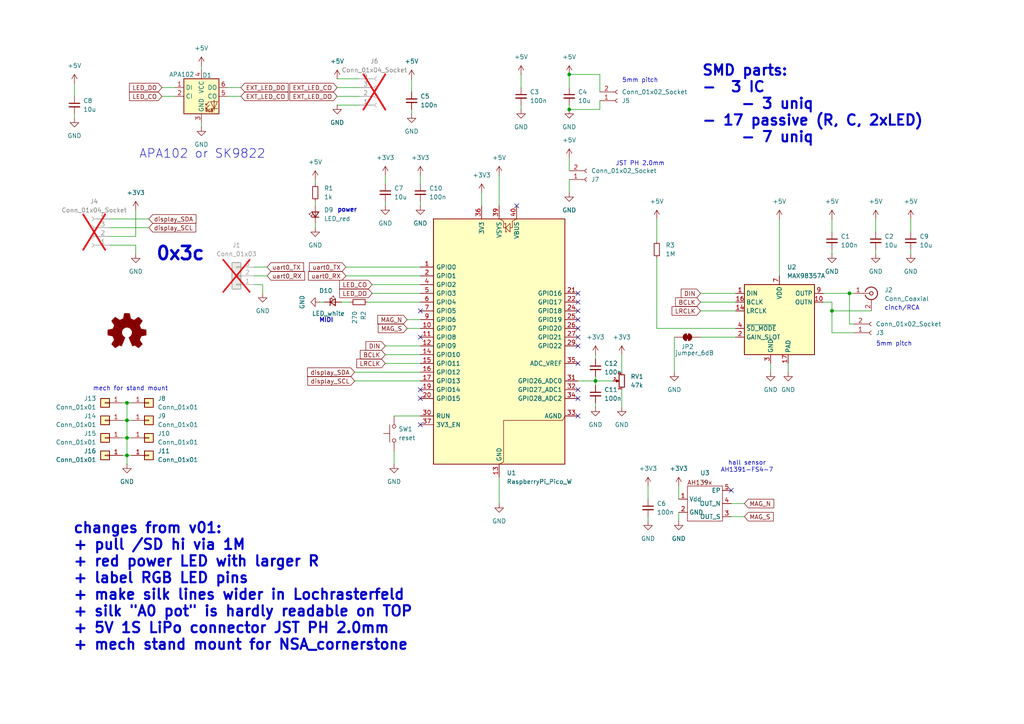
<source format=kicad_sch>
(kicad_sch (version 20231120) (generator "eeschema") (generator_version "8.0")
  (paper "A4")
  (title_block (title "SQUIM_v02") (company "wenzellabs"))
  (lib_symbols
    (symbol "Audio:MAX98357A"
      (property "Reference" "U" (at -8.89 11.43 0))
      (property "Value" "MAX98357A" (at 10.16 11.43 0))
      (symbol "MAX98357A_1_1"
        (pin input line (at -12.7 7.62 0) (length 2.54) (name "DIN") (number "1"))
        (pin output line (at 12.7 5.08 180) (length 2.54) (name "OUTN") (number "10"))
        (pin passive line (at -2.54 -12.7 90) (length 2.54) hide (name "GND") (number "11"))
        (pin no_connect line (at 10.16 -5.08 180) (length 2.54) hide (name "NC") (number "12"))
        (pin no_connect line (at 10.16 -7.62 180) (length 2.54) hide (name "NC") (number "13"))
        (pin input line (at -12.7 2.54 0) (length 2.54) (name "LRCLK") (number "14"))
        (pin passive line (at -2.54 -12.7 90) (length 2.54) hide (name "GND") (number "15"))
        (pin input line (at -12.7 5.08 0) (length 2.54) (name "BCLK") (number "16"))
        (pin unspecified line (at 2.54 -12.7 90) (length 2.54) (name "PAD") (number "17"))
        (pin passive line (at -12.7 -5.08 0) (length 2.54) (name "GAIN_SLOT") (number "2"))
        (pin power_in line (at -2.54 -12.7 90) (length 2.54) (name "GND") (number "3"))
        (pin input line (at -12.7 -2.54 0) (length 2.54) (name "~{SD_MODE}") (number "4"))
        (pin no_connect line (at 10.16 2.54 180) (length 2.54) hide (name "NC") (number "5"))
        (pin no_connect line (at 10.16 0 180) (length 2.54) hide (name "NC") (number "6"))
        (pin power_in line (at 0 12.7 270) (length 2.54) (name "VDD") (number "7"))
        (pin passive line (at 0 12.7 270) (length 2.54) hide (name "VDD") (number "8"))
        (pin output line (at 12.7 7.62 180) (length 2.54) (name "OUTP") (number "9"))
      )
    )
    (symbol "Connector:Conn_01x02_Socket" (pin_names (offset 1.016) hide)
      (property "Reference" "J" (at 0 2.54 0))
      (property "Value" "Conn_01x02_Socket" (at 0 -5.08 0))
      (symbol "Conn_01x02_Socket_1_1"
        (pin passive line (at -5.08 0 0) (length 3.81) (name "Pin_1") (number "1"))
        (pin passive line (at -5.08 -2.54 0) (length 3.81) (name "Pin_2") (number "2"))
      )
    )
    (symbol "Connector:Conn_01x04_Socket" (pin_names (offset 1.016) hide)
      (property "Reference" "J" (at 0 5.08 0))
      (property "Value" "Conn_01x04_Socket" (at 0 -7.62 0))
      (symbol "Conn_01x04_Socket_1_1"
        (pin passive line (at -5.08 2.54 0) (length 3.81) (name "Pin_1") (number "1"))
        (pin passive line (at -5.08 0 0) (length 3.81) (name "Pin_2") (number "2"))
        (pin passive line (at -5.08 -2.54 0) (length 3.81) (name "Pin_3") (number "3"))
        (pin passive line (at -5.08 -5.08 0) (length 3.81) (name "Pin_4") (number "4"))
      )
    )
    (symbol "Connector:Conn_Coaxial" (pin_names (offset 1.016) hide)
      (property "Reference" "J" (at 0.254 3.048 0))
      (property "Value" "Conn_Coaxial" (at 2.921 0 90))
      (symbol "Conn_Coaxial_1_1"
        (pin passive line (at -5.08 0 0) (length 2.54) (name "In") (number "1"))
        (pin passive line (at 0 -5.08 90) (length 2.54) (name "Ext") (number "2"))
      )
    )
    (symbol "Connector_Generic:Conn_01x01" (pin_names (offset 1.016) hide)
      (property "Reference" "J" (at 0 2.54 0))
      (property "Value" "Conn_01x01" (at 0 -2.54 0))
      (symbol "Conn_01x01_1_1"
        (pin passive line (at -5.08 0 0) (length 3.81) (name "Pin_1") (number "1"))
      )
    )
    (symbol "Connector_Generic:Conn_01x03" (pin_names (offset 1.016) hide)
      (property "Reference" "J" (at 0 5.08 0))
      (property "Value" "Conn_01x03" (at 0 -5.08 0))
      (symbol "Conn_01x03_1_1"
        (pin passive line (at -5.08 2.54 0) (length 3.81) (name "Pin_1") (number "1"))
        (pin passive line (at -5.08 0 0) (length 3.81) (name "Pin_2") (number "2"))
        (pin passive line (at -5.08 -2.54 0) (length 3.81) (name "Pin_3") (number "3"))
      )
    )
    (symbol "Device:C_Small" (pin_numbers hide) (pin_names (offset 0.254) hide)
      (property "Reference" "C" (at 0.254 1.778 0))
      (property "Value" "C_Small" (at 0.254 -2.032 0))
      (symbol "C_Small_1_1"
        (pin passive line (at 0 2.54 270) (length 2.032) (name "~") (number "1"))
        (pin passive line (at 0 -2.54 90) (length 2.032) (name "~") (number "2"))
      )
    )
    (symbol "Device:LED_Small" (pin_numbers hide) (pin_names (offset 0.254) hide)
      (property "Reference" "D" (at -1.27 3.175 0))
      (property "Value" "LED_Small" (at -4.445 -2.54 0))
      (symbol "LED_Small_1_1"
        (pin passive line (at -2.54 0 0) (length 1.778) (name "K") (number "1"))
        (pin passive line (at 2.54 0 180) (length 1.778) (name "A") (number "2"))
      )
    )
    (symbol "Device:R_Potentiometer_Small" (pin_names (offset 1.016) hide)
      (property "Reference" "RV" (at -4.445 0 90))
      (property "Value" "R_Potentiometer_Small" (at -2.54 0 90))
      (symbol "R_Potentiometer_Small_1_1"
        (pin passive line (at 0 2.54 270) (length 0.635) (name "1") (number "1"))
        (pin passive line (at 2.54 0 180) (length 0.9906) (name "2") (number "2"))
        (pin passive line (at 0 -2.54 90) (length 0.635) (name "3") (number "3"))
      )
    )
    (symbol "Device:R_Small" (pin_numbers hide) (pin_names (offset 0.254) hide)
      (property "Reference" "R" (at 0.762 0.508 0))
      (property "Value" "R_Small" (at 0.762 -1.016 0))
      (symbol "R_Small_1_1"
        (pin passive line (at 0 2.54 270) (length 0.762) (name "~") (number "1"))
        (pin passive line (at 0 -2.54 90) (length 0.762) (name "~") (number "2"))
      )
    )
    (symbol "Graphic:Logo_Open_Hardware_Small" (in_bom no) (on_board no))
    (symbol "Jumper:SolderJumper_2_Bridged" (pin_numbers hide) (pin_names (offset 0) hide) (exclude_from_sim yes) (in_bom no)
      (property "Reference" "JP" (at 0 2.032 0))
      (property "Value" "SolderJumper_2_Bridged" (at 0 -2.54 0))
      (symbol "SolderJumper_2_Bridged_1_1"
        (pin passive line (at -3.81 0 0) (length 2.54) (name "A") (number "1"))
        (pin passive line (at 3.81 0 180) (length 2.54) (name "B") (number "2"))
      )
    )
    (symbol "LED:APA102"
      (property "Reference" "D" (at 5.08 5.715 0))
      (property "Value" "APA102" (at 1.27 -5.715 0))
      (symbol "APA102_0_0"
        (text "RGB" (at 2.286 -4.191 0) (effects (font (size 0.762 0.762))))
      )
      (symbol "APA102_1_1"
        (pin input line (at -7.62 2.54 0) (length 2.54) (name "DI") (number "1"))
        (pin input line (at -7.62 0 0) (length 2.54) (name "CI") (number "2"))
        (pin power_in line (at 0 -7.62 90) (length 2.54) (name "GND") (number "3"))
        (pin power_in line (at 0 7.62 270) (length 2.54) (name "VCC") (number "4"))
        (pin output line (at 7.62 0 180) (length 2.54) (name "CO") (number "5"))
        (pin output line (at 7.62 2.54 180) (length 2.54) (name "DO") (number "6"))
      )
    )
    (symbol "MCU_Module_RaspberryPi_Pico:RaspberryPi_Pico_W" (pin_names (offset 0.762))
      (property "Reference" "U" (at -19.05 38.1 0))
      (property "Value" "RaspberryPi_Pico_W" (at 7.62 38.1 0))
      (symbol "RaspberryPi_Pico_W_1_1"
        (pin bidirectional line (at -22.86 22.86 0) (length 3.81) (name "GPIO0") (number "1"))
        (pin bidirectional line (at -22.86 5.08 0) (length 3.81) (name "GPIO7") (number "10"))
        (pin bidirectional line (at -22.86 2.54 0) (length 3.81) (name "GPIO8") (number "11"))
        (pin bidirectional line (at -22.86 0 0) (length 3.81) (name "GPIO9") (number "12"))
        (pin power_out line (at 0 -38.1 90) (length 3.81) (name "GND") (number "13"))
        (pin bidirectional line (at -22.86 -2.54 0) (length 3.81) (name "GPIO10") (number "14"))
        (pin bidirectional line (at -22.86 -5.08 0) (length 3.81) (name "GPIO11") (number "15"))
        (pin bidirectional line (at -22.86 -7.62 0) (length 3.81) (name "GPIO12") (number "16"))
        (pin bidirectional line (at -22.86 -10.16 0) (length 3.81) (name "GPIO13") (number "17"))
        (pin passive line (at 0 -38.1 90) (length 3.81) hide (name "GND") (number "18"))
        (pin bidirectional line (at -22.86 -12.7 0) (length 3.81) (name "GPIO14") (number "19"))
        (pin bidirectional line (at -22.86 20.32 0) (length 3.81) (name "GPIO1") (number "2"))
        (pin bidirectional line (at -22.86 -15.24 0) (length 3.81) (name "GPIO15") (number "20"))
        (pin bidirectional line (at 22.86 15.24 180) (length 3.81) (name "GPIO16") (number "21"))
        (pin bidirectional line (at 22.86 12.7 180) (length 3.81) (name "GPIO17") (number "22"))
        (pin passive line (at 0 -38.1 90) (length 3.81) hide (name "GND") (number "23"))
        (pin bidirectional line (at 22.86 10.16 180) (length 3.81) (name "GPIO18") (number "24"))
        (pin bidirectional line (at 22.86 7.62 180) (length 3.81) (name "GPIO19") (number "25"))
        (pin bidirectional line (at 22.86 5.08 180) (length 3.81) (name "GPIO20") (number "26"))
        (pin bidirectional line (at 22.86 2.54 180) (length 3.81) (name "GPIO21") (number "27"))
        (pin passive line (at 0 -38.1 90) (length 3.81) hide (name "GND") (number "28"))
        (pin bidirectional line (at 22.86 0 180) (length 3.81) (name "GPIO22") (number "29"))
        (pin passive line (at 0 -38.1 90) (length 3.81) hide (name "GND") (number "3"))
        (pin input line (at -22.86 -20.32 0) (length 3.81) (name "RUN") (number "30"))
        (pin bidirectional line (at 22.86 -10.16 180) (length 3.81) (name "GPIO26_ADC0") (number "31"))
        (pin bidirectional line (at 22.86 -12.7 180) (length 3.81) (name "GPIO27_ADC1") (number "32"))
        (pin power_in line (at 22.86 -20.32 180) (length 3.81) (name "AGND") (number "33"))
        (pin bidirectional line (at 22.86 -15.24 180) (length 3.81) (name "GPIO28_ADC2") (number "34"))
        (pin power_in line (at 22.86 -5.08 180) (length 3.81) (name "ADC_VREF") (number "35"))
        (pin power_out line (at -5.08 40.64 270) (length 3.81) (name "3V3") (number "36"))
        (pin input line (at -22.86 -22.86 0) (length 3.81) (name "3V3_EN") (number "37"))
        (pin passive line (at 0 -38.1 90) (length 3.81) hide (name "GND") (number "38"))
        (pin power_in line (at 0 40.64 270) (length 3.81) (name "VSYS") (number "39"))
        (pin bidirectional line (at -22.86 17.78 0) (length 3.81) (name "GPIO2") (number "4"))
        (pin power_out line (at 5.08 40.64 270) (length 3.81) (name "VBUS") (number "40"))
        (pin bidirectional line (at -22.86 15.24 0) (length 3.81) (name "GPIO3") (number "5"))
        (pin bidirectional line (at -22.86 12.7 0) (length 3.81) (name "GPIO4") (number "6"))
        (pin bidirectional line (at -22.86 10.16 0) (length 3.81) (name "GPIO5") (number "7"))
        (pin passive line (at 0 -38.1 90) (length 3.81) hide (name "GND") (number "8"))
        (pin bidirectional line (at -22.86 7.62 0) (length 3.81) (name "GPIO6") (number "9"))
      )
    )
    (symbol "Switch:SW_Push" (pin_numbers hide) (pin_names (offset 1.016) hide)
      (property "Reference" "SW" (at 1.27 2.54 0))
      (property "Value" "SW_Push" (at 0 -1.524 0))
      (symbol "SW_Push_0_1"
        (pin passive line (at -5.08 0 0) (length 2.54) (name "1") (number "1"))
        (pin passive line (at 5.08 0 180) (length 2.54) (name "2") (number "2"))
      )
    )
    (symbol "power:+3V3" (power) (pin_names (offset 0))
      (property "Value" "+3V3" (at 0 3.556 0))
      (symbol "+3V3_1_1"
        (pin power_in line (at 0 0 90) (length 0) hide (name "+3V3") (number "1"))
      )
    )
    (symbol "power:+5V" (power) (pin_numbers hide) (pin_names (offset 0) hide)
      (property "Value" "+5V" (at 0 3.556 0))
      (symbol "+5V_1_1"
        (pin power_in line (at 0 0 90) (length 0) (name "~") (number "1"))
      )
    )
    (symbol "power:GND" (power) (pin_numbers hide) (pin_names (offset 0) hide)
      (property "Value" "GND" (at 0 -3.81 0))
      (symbol "GND_1_1"
        (pin power_in line (at 0 0 270) (length 0) (name "~") (number "1"))
      )
    )
    (symbol "wenzellabs:AH1391-FS4"
      (property "Reference" "U" (at -4.318 -6.096 0))
      (symbol "AH1391-FS4_1_1"
        (text "AH139x" (at -1.524 6.096 0) (effects (font (size 1.27 1.27))))
        (pin power_in line (at -7.62 1.27 0) (length 2.54) (name "Vdd") (number "1"))
        (pin power_in line (at -7.62 -2.54 0) (length 2.54) (name "GND") (number "2"))
        (pin output line (at 7.62 -3.81 180) (length 2.54) (name "OUT_S") (number "3"))
        (pin output line (at 7.62 0 180) (length 2.54) (name "OUT_N") (number "4"))
        (pin output line (at 7.62 3.81 180) (length 2.54) (name "EP") (number "5"))
      )
    )
  )
  (junction (at 165.1 31.75))
  (junction (at 172.72 110.49))
  (junction (at 36.83 132.08))
  (junction (at 36.83 116.84))
  (junction (at 246.38 85.09))
  (junction (at 165.1 21.59))
  (junction (at 36.83 121.92))
  (junction (at 36.83 127))
  (junction (at 241.3 90.17))
  (no_connect (at 121.92 90.17))
  (no_connect (at 167.64 90.17))
  (no_connect (at 121.92 115.57))
  (no_connect (at 167.64 85.09))
  (no_connect (at 121.92 113.03))
  (no_connect (at 167.64 92.71))
  (no_connect (at 212.09 142.24))
  (no_connect (at 167.64 105.41))
  (no_connect (at 167.64 100.33))
  (no_connect (at 167.64 87.63))
  (no_connect (at 167.64 113.03))
  (no_connect (at 121.92 97.79))
  (no_connect (at 167.64 115.57))
  (no_connect (at 167.64 97.79))
  (no_connect (at 167.64 95.25))
  (no_connect (at 121.92 123.19))
  (no_connect (at 149.86 59.69))
  (no_connect (at 167.64 120.65))
  (wire (pts (xy 97.79 25.4) (xy 104.14 25.4)))
  (wire (pts (xy 58.42 19.05) (xy 58.42 20.32)))
  (wire (pts (xy 121.92 110.49) (xy 102.87 110.49)))
  (wire (pts (xy 36.83 121.92) (xy 36.83 127)))
  (wire (pts (xy 196.85 148.59) (xy 196.85 151.13)))
  (wire (pts (xy 73.66 80.01) (xy 77.47 80.01)))
  (wire (pts (xy 241.3 63.5) (xy 241.3 67.31)))
  (wire (pts (xy 91.44 52.07) (xy 91.44 53.34)))
  (wire (pts (xy 226.06 63.5) (xy 226.06 80.01)))
  (wire (pts (xy 203.2 90.17) (xy 213.36 90.17)))
  (wire (pts (xy 172.72 110.49) (xy 172.72 111.76)))
  (wire (pts (xy 172.72 110.49) (xy 177.8 110.49)))
  (wire (pts (xy 213.36 95.25) (xy 190.5 95.25)))
  (wire (pts (xy 187.96 149.86) (xy 187.96 151.13)))
  (wire (pts (xy 196.85 140.97) (xy 196.85 144.78)))
  (wire (pts (xy 180.34 102.87) (xy 180.34 107.95)))
  (wire (pts (xy 238.76 87.63) (xy 241.3 87.63)))
  (wire (pts (xy 76.2 82.55) (xy 76.2 85.09)))
  (wire (pts (xy 100.33 77.47) (xy 121.92 77.47)))
  (wire (pts (xy 119.38 31.75) (xy 119.38 33.02)))
  (wire (pts (xy 46.99 27.94) (xy 50.8 27.94)))
  (wire (pts (xy 121.92 92.71) (xy 118.11 92.71)))
  (wire (pts (xy 91.44 64.77) (xy 91.44 66.04)))
  (wire (pts (xy 114.3 120.65) (xy 121.92 120.65)))
  (wire (pts (xy 36.83 127) (xy 36.83 132.08)))
  (wire (pts (xy 264.16 72.39) (xy 264.16 73.66)))
  (wire (pts (xy 172.72 116.84) (xy 172.72 118.11)))
  (wire (pts (xy 121.92 58.42) (xy 121.92 59.69)))
  (wire (pts (xy 66.04 25.4) (xy 69.85 25.4)))
  (wire (pts (xy 119.38 22.86) (xy 119.38 26.67)))
  (wire (pts (xy 172.72 102.87) (xy 172.72 104.14)))
  (wire (pts (xy 111.76 100.33) (xy 121.92 100.33)))
  (wire (pts (xy 241.3 90.17) (xy 241.3 87.63)))
  (wire (pts (xy 121.92 50.8) (xy 121.92 53.34)))
  (wire (pts (xy 107.95 82.55) (xy 121.92 82.55)))
  (wire (pts (xy 36.83 116.84) (xy 36.83 121.92)))
  (wire (pts (xy 101.6 87.63) (xy 99.06 87.63)))
  (wire (pts (xy 254 72.39) (xy 254 73.66)))
  (wire (pts (xy 39.37 60.96) (xy 39.37 68.58)))
  (wire (pts (xy 97.79 27.94) (xy 104.14 27.94)))
  (wire (pts (xy 173.99 26.67) (xy 173.99 21.59)))
  (wire (pts (xy 31.75 71.12) (xy 39.37 71.12)))
  (wire (pts (xy 165.1 49.53) (xy 165.1 45.72)))
  (wire (pts (xy 144.78 138.43) (xy 144.78 146.05)))
  (wire (pts (xy 241.3 72.39) (xy 241.3 73.66)))
  (wire (pts (xy 203.2 85.09) (xy 213.36 85.09)))
  (wire (pts (xy 190.5 74.93) (xy 190.5 95.25)))
  (wire (pts (xy 173.99 29.21) (xy 173.99 31.75)))
  (wire (pts (xy 187.96 140.97) (xy 187.96 144.78)))
  (wire (pts (xy 151.13 21.59) (xy 151.13 25.4)))
  (wire (pts (xy 247.65 96.52) (xy 241.3 96.52)))
  (wire (pts (xy 173.99 21.59) (xy 165.1 21.59)))
  (wire (pts (xy 223.52 105.41) (xy 223.52 107.95)))
  (wire (pts (xy 111.76 102.87) (xy 121.92 102.87)))
  (wire (pts (xy 106.68 87.63) (xy 121.92 87.63)))
  (wire (pts (xy 252.73 90.17) (xy 241.3 90.17)))
  (wire (pts (xy 21.59 33.02) (xy 21.59 34.29)))
  (wire (pts (xy 203.2 97.79) (xy 213.36 97.79)))
  (wire (pts (xy 173.99 31.75) (xy 165.1 31.75)))
  (wire (pts (xy 36.83 116.84) (xy 38.1 116.84)))
  (wire (pts (xy 107.95 85.09) (xy 121.92 85.09)))
  (wire (pts (xy 165.1 30.48) (xy 165.1 31.75)))
  (wire (pts (xy 36.83 127) (xy 38.1 127)))
  (wire (pts (xy 254 63.5) (xy 254 67.31)))
  (wire (pts (xy 121.92 107.95) (xy 102.87 107.95)))
  (wire (pts (xy 97.79 22.86) (xy 104.14 22.86)))
  (wire (pts (xy 111.76 105.41) (xy 121.92 105.41)))
  (wire (pts (xy 241.3 96.52) (xy 241.3 90.17)))
  (wire (pts (xy 93.98 87.63) (xy 92.71 87.63)))
  (wire (pts (xy 264.16 63.5) (xy 264.16 67.31)))
  (wire (pts (xy 114.3 130.81) (xy 114.3 134.62)))
  (wire (pts (xy 180.34 113.03) (xy 180.34 118.11)))
  (wire (pts (xy 36.83 132.08) (xy 36.83 134.62)))
  (wire (pts (xy 31.75 66.04) (xy 43.18 66.04)))
  (wire (pts (xy 36.83 121.92) (xy 38.1 121.92)))
  (wire (pts (xy 35.56 121.92) (xy 36.83 121.92)))
  (wire (pts (xy 100.33 80.01) (xy 121.92 80.01)))
  (wire (pts (xy 111.76 50.8) (xy 111.76 53.34)))
  (wire (pts (xy 21.59 24.13) (xy 21.59 27.94)))
  (wire (pts (xy 46.99 25.4) (xy 50.8 25.4)))
  (wire (pts (xy 228.6 105.41) (xy 228.6 107.95)))
  (wire (pts (xy 39.37 71.12) (xy 39.37 73.66)))
  (wire (pts (xy 66.04 27.94) (xy 69.85 27.94)))
  (wire (pts (xy 35.56 127) (xy 36.83 127)))
  (wire (pts (xy 97.79 30.48) (xy 104.14 30.48)))
  (wire (pts (xy 31.75 68.58) (xy 39.37 68.58)))
  (wire (pts (xy 172.72 109.22) (xy 172.72 110.49)))
  (wire (pts (xy 190.5 63.5) (xy 190.5 69.85)))
  (wire (pts (xy 238.76 85.09) (xy 246.38 85.09)))
  (wire (pts (xy 111.76 58.42) (xy 111.76 59.69)))
  (wire (pts (xy 246.38 93.98) (xy 246.38 85.09)))
  (wire (pts (xy 165.1 52.07) (xy 165.1 55.88)))
  (wire (pts (xy 195.58 97.79) (xy 195.58 107.95)))
  (wire (pts (xy 35.56 132.08) (xy 36.83 132.08)))
  (wire (pts (xy 139.7 55.88) (xy 139.7 59.69)))
  (wire (pts (xy 212.09 146.05) (xy 215.9 146.05)))
  (wire (pts (xy 247.65 93.98) (xy 246.38 93.98)))
  (wire (pts (xy 91.44 58.42) (xy 91.44 59.69)))
  (wire (pts (xy 203.2 87.63) (xy 213.36 87.63)))
  (wire (pts (xy 144.78 50.8) (xy 144.78 59.69)))
  (wire (pts (xy 31.75 63.5) (xy 43.18 63.5)))
  (wire (pts (xy 212.09 149.86) (xy 215.9 149.86)))
  (wire (pts (xy 35.56 116.84) (xy 36.83 116.84)))
  (wire (pts (xy 73.66 77.47) (xy 77.47 77.47)))
  (wire (pts (xy 36.83 132.08) (xy 38.1 132.08)))
  (wire (pts (xy 151.13 30.48) (xy 151.13 31.75)))
  (wire (pts (xy 73.66 82.55) (xy 76.2 82.55)))
  (wire (pts (xy 165.1 21.59) (xy 165.1 25.4)))
  (wire (pts (xy 121.92 95.25) (xy 118.11 95.25)))
  (wire (pts (xy 58.42 35.56) (xy 58.42 36.83)))
  (wire (pts (xy 167.64 110.49) (xy 172.72 110.49)))
  (wire (pts (xy 246.38 85.09) (xy 247.65 85.09)))
  (text "cinch/RCA" (at 261.62 89.408 0) (effects (font (size 1.27 1.27))))
  (text "MIDI" (at 96.774 92.964 0) (effects (font (size 1.27 1.27) (thickness 0.254) (bold yes)) (justify right)))
  (text "JST PH 2.0mm" (at 185.674 47.498 0) (effects (font (size 1.27 1.27))))
  (text "5mm pitch" (at 185.674 23.368 0) (effects (font (size 1.27 1.27))))
  (text "SMD parts:\n-  3 IC\n	- 3 uniq\n- 17 passive (R, C, 2xLED)\n	- 7 uniq\n" (at 203.454 30.226 0) (effects (font (size 3 3) (thickness 0.6) (bold yes)) (justify left)))
  (text "APA102 or SK9822" (at 58.674 44.704 0) (effects (font (size 2.54 2.54))))
  (text "0x3c" (at 52.324 73.66 0) (effects (font (size 3.81 3.81) (thickness 0.762) (bold yes))))
  (text "hall sensor\nAH1391-FS4-7" (at 216.662 135.382 0) (effects (font (size 1.27 1.27))))
  (text "5mm pitch" (at 259.334 99.822 0) (effects (font (size 1.27 1.27))))
  (text "power" (at 97.79 60.96 0) (effects (font (size 1.27 1.27) (thickness 0.254) (bold yes)) (justify left)))
  (text "changes from v01:\n+ pull /SD hi via 1M\n+ red power LED with larger R\n+ label RGB LED pins\n+ make silk lines wider in Lochrasterfeld\n+ silk \"A0 pot\" is hardly readable on TOP\n+ 5V 1S LiPo connector JST PH 2.0mm\n+ mech stand mount for NSA_cornerstone" (at 21.082 170.18 0) (effects (font (size 3 3) (thickness 0.6) (bold yes)) (justify left)))
  (text "mech for stand mount" (at 26.924 112.776 0) (effects (font (size 1.27 1.27)) (justify left)))
  (global_label "uart0_RX" (shape input) (at 100.33 80.01 180) (property "Intersheetrefs" "${INTERSHEET_REFS}" (effects (hide yes))))
  (global_label "uart0_RX" (shape input) (at 77.47 80.01 0) (property "Intersheetrefs" "${INTERSHEET_REFS}" (effects (hide yes))))
  (global_label "display_SDA" (shape input) (at 43.18 63.5 0) (property "Intersheetrefs" "${INTERSHEET_REFS}" (effects (hide yes))))
  (global_label "EXT_LED_DO" (shape input) (at 97.79 27.94 180) (property "Intersheetrefs" "${INTERSHEET_REFS}" (effects (hide yes))))
  (global_label "BCLK" (shape input) (at 203.2 87.63 180) (property "Intersheetrefs" "${INTERSHEET_REFS}" (effects (hide yes))))
  (global_label "LED_CO" (shape input) (at 46.99 27.94 180) (property "Intersheetrefs" "${INTERSHEET_REFS}" (effects (hide yes))))
  (global_label "EXT_LED_CO" (shape input) (at 69.85 27.94 0) (property "Intersheetrefs" "${INTERSHEET_REFS}" (effects (hide yes))))
  (global_label "DIN" (shape input) (at 203.2 85.09 180) (property "Intersheetrefs" "${INTERSHEET_REFS}" (effects (hide yes))))
  (global_label "MAG_S" (shape input) (at 215.9 149.86 0) (property "Intersheetrefs" "${INTERSHEET_REFS}" (effects (hide yes))))
  (global_label "MAG_S" (shape input) (at 118.11 95.25 180) (property "Intersheetrefs" "${INTERSHEET_REFS}" (effects (hide yes))))
  (global_label "display_SDA" (shape input) (at 102.87 107.95 180) (property "Intersheetrefs" "${INTERSHEET_REFS}" (effects (hide yes))))
  (global_label "uart0_TX" (shape input) (at 100.33 77.47 180) (property "Intersheetrefs" "${INTERSHEET_REFS}" (effects (hide yes))))
  (global_label "LED_CO" (shape input) (at 107.95 82.55 180) (property "Intersheetrefs" "${INTERSHEET_REFS}" (effects (hide yes))))
  (global_label "display_SCL" (shape input) (at 102.87 110.49 180) (property "Intersheetrefs" "${INTERSHEET_REFS}" (effects (hide yes))))
  (global_label "EXT_LED_CO" (shape input) (at 97.79 25.4 180) (property "Intersheetrefs" "${INTERSHEET_REFS}" (effects (hide yes))))
  (global_label "DIN" (shape input) (at 111.76 100.33 180) (property "Intersheetrefs" "${INTERSHEET_REFS}" (effects (hide yes))))
  (global_label "MAG_N" (shape input) (at 118.11 92.71 180) (property "Intersheetrefs" "${INTERSHEET_REFS}" (effects (hide yes))))
  (global_label "BCLK" (shape input) (at 111.76 102.87 180) (property "Intersheetrefs" "${INTERSHEET_REFS}" (effects (hide yes))))
  (global_label "LRCLK" (shape input) (at 203.2 90.17 180) (property "Intersheetrefs" "${INTERSHEET_REFS}" (effects (hide yes))))
  (global_label "MAG_N" (shape input) (at 215.9 146.05 0) (property "Intersheetrefs" "${INTERSHEET_REFS}" (effects (hide yes))))
  (global_label "EXT_LED_DO" (shape input) (at 69.85 25.4 0) (property "Intersheetrefs" "${INTERSHEET_REFS}" (effects (hide yes))))
  (global_label "LED_DO" (shape input) (at 107.95 85.09 180) (property "Intersheetrefs" "${INTERSHEET_REFS}" (effects (hide yes))))
  (global_label "display_SCL" (shape input) (at 43.18 66.04 0) (property "Intersheetrefs" "${INTERSHEET_REFS}" (effects (hide yes))))
  (global_label "uart0_TX" (shape input) (at 77.47 77.47 0) (property "Intersheetrefs" "${INTERSHEET_REFS}" (effects (hide yes))))
  (global_label "LED_DO" (shape input) (at 46.99 25.4 180) (property "Intersheetrefs" "${INTERSHEET_REFS}" (effects (hide yes))))
  (global_label "LRCLK" (shape input) (at 111.76 105.41 180) (property "Intersheetrefs" "${INTERSHEET_REFS}" (effects (hide yes))))
  (symbol (lib_id "power:+5V") (at 190.5 63.5 0) (unit 1)
    (property "Reference" "#PWR029" (effects (hide yes)))
    (property "Value" "+5V" (at 190.5 58.42 0))
    (property "Description" "Power symbol creates a global label with name \"+5V\"" (effects (hide yes)))
  )
  (symbol (lib_id "Device:C_Small") (at 172.72 114.3 0) (unit 1)
    (property "Reference" "C11" (at 175.26 113.0362 0) (effects (justify left)))
    (property "Value" "100n" (at 175.26 115.5762 0) (effects (justify left)))
    (property "Footprint" "Capacitor_SMD:C_0603_1608Metric" (effects (hide yes)))
    (property "Description" "Unpolarized capacitor, small symbol" (effects (hide yes)))
  )
  (symbol (lib_id "power:GND") (at 36.83 134.62 0) (unit 1)
    (property "Reference" "#PWR044" (effects (hide yes)))
    (property "Value" "GND" (at 36.83 139.7 0))
    (property "Description" "Power symbol creates a global label with name \"GND\" , ground" (effects (hide yes)))
  )
  (symbol (lib_id "Connector_Generic:Conn_01x01") (at 30.48 132.08 0) (mirror y) (unit 1)
    (property "Reference" "J16" (at 27.94 130.8099 0) (effects (justify left)))
    (property "Value" "Conn_01x01" (at 27.94 133.3499 0) (effects (justify left)))
    (property "Footprint" "mazzoo:PCB_edge_pad_nopaste" (effects (hide yes)))
    (property "Description" "Generic connector, single row, 01x01, script generated (kicad-library-utils/schlib/autogen/connector/)" (effects (hide yes)))
  )
  (symbol (lib_id "Device:C_Small") (at 254 69.85 0) (unit 1)
    (property "Reference" "C2" (at 256.54 68.5862 0) (effects (justify left)))
    (property "Value" "10u" (at 256.54 71.1262 0) (effects (justify left)))
    (property "Footprint" "Capacitor_SMD:C_0603_1608Metric" (effects (hide yes)))
    (property "Description" "Unpolarized capacitor, small symbol" (effects (hide yes)))
  )
  (symbol (lib_id "power:+5V") (at 97.79 22.86 0) (unit 1)
    (property "Reference" "#PWR039" (effects (hide yes)))
    (property "Value" "+5V" (at 97.79 17.78 0))
    (property "Description" "Power symbol creates a global label with name \"+5V\"" (effects (hide yes)))
  )
  (symbol (lib_id "Device:C_Small") (at 21.59 30.48 0) (unit 1)
    (property "Reference" "C8" (at 24.13 29.2162 0) (effects (justify left)))
    (property "Value" "10u" (at 24.13 31.7562 0) (effects (justify left)))
    (property "Footprint" "Capacitor_SMD:C_0603_1608Metric" (effects (hide yes)))
    (property "Description" "Unpolarized capacitor, small symbol" (effects (hide yes)))
  )
  (symbol (lib_id "Device:C_Small") (at 172.72 106.68 0) (unit 1)
    (property "Reference" "C12" (at 175.26 105.4162 0) (effects (justify left)))
    (property "Value" "100n" (at 175.26 107.9562 0) (effects (justify left)))
    (property "Footprint" "Capacitor_SMD:C_0603_1608Metric" (effects (hide yes)))
    (property "Description" "Unpolarized capacitor, small symbol" (effects (hide yes)))
  )
  (symbol (lib_id "power:+5V") (at 254 63.5 0) (unit 1)
    (property "Reference" "#PWR010" (effects (hide yes)))
    (property "Value" "+5V" (at 254 58.42 0))
    (property "Description" "Power symbol creates a global label with name \"+5V\"" (effects (hide yes)))
  )
  (symbol (lib_id "power:+5V") (at 264.16 63.5 0) (unit 1)
    (property "Reference" "#PWR048" (effects (hide yes)))
    (property "Value" "+5V" (at 264.16 58.42 0))
    (property "Description" "Power symbol creates a global label with name \"+5V\"" (effects (hide yes)))
  )
  (symbol (lib_id "power:GND") (at 241.3 73.66 0) (unit 1)
    (property "Reference" "#PWR07" (effects (hide yes)))
    (property "Value" "GND" (at 241.3 78.74 0))
    (property "Description" "Power symbol creates a global label with name \"GND\" , ground" (effects (hide yes)))
  )
  (symbol (lib_id "Device:R_Small") (at 91.44 55.88 0) (unit 1)
    (property "Reference" "R1" (at 93.98 54.6099 0) (effects (justify left)))
    (property "Value" "1k" (at 93.98 57.1499 0) (effects (justify left)))
    (property "Footprint" "Resistor_SMD:R_0603_1608Metric" (effects (hide yes)))
    (property "Description" "Resistor, small symbol" (effects (hide yes)))
  )
  (symbol (lib_id "power:GND") (at 223.52 107.95 0) (unit 1)
    (property "Reference" "#PWR05" (effects (hide yes)))
    (property "Value" "GND" (at 223.52 113.03 0))
    (property "Description" "Power symbol creates a global label with name \"GND\" , ground" (effects (hide yes)))
  )
  (symbol (lib_id "power:+5V") (at 119.38 22.86 0) (unit 1)
    (property "Reference" "#PWR034" (effects (hide yes)))
    (property "Value" "+5V" (at 119.38 17.78 0))
    (property "Description" "Power symbol creates a global label with name \"+5V\"" (effects (hide yes)))
  )
  (symbol (lib_id "Connector:Conn_01x02_Socket") (at 252.73 96.52 0) (mirror x) (unit 1)
    (property "Reference" "J3" (at 254 96.5201 0) (effects (justify left)))
    (property "Value" "Conn_01x02_Socket" (at 254 93.9801 0) (effects (justify left)))
    (property "Footprint" "Connector_JST:JST_NV_B02P-NV_1x02_P5.00mm_Vertical" (effects (hide yes)))
    (property "Description" "Generic connector, single row, 01x02, script generated" (effects (hide yes)))
  )
  (symbol (lib_id "power:GND") (at 165.1 55.88 0) (unit 1)
    (property "Reference" "#PWR028" (effects (hide yes)))
    (property "Value" "GND" (at 165.1 60.96 0))
    (property "Description" "Power symbol creates a global label with name \"GND\" , ground" (effects (hide yes)))
  )
  (symbol (lib_id "power:GND") (at 144.78 146.05 0) (unit 1)
    (property "Reference" "#PWR02" (effects (hide yes)))
    (property "Value" "GND" (at 144.78 151.13 0))
    (property "Description" "Power symbol creates a global label with name \"GND\" , ground" (effects (hide yes)))
  )
  (symbol (lib_id "Device:R_Small") (at 104.14 87.63 270) (unit 1)
    (property "Reference" "R2" (at 105.4101 90.17 0) (effects (justify left)))
    (property "Value" "270" (at 102.8701 90.17 0) (effects (justify left)))
    (property "Footprint" "Resistor_SMD:R_0603_1608Metric" (effects (hide yes)))
    (property "Description" "Resistor, small symbol" (effects (hide yes)))
  )
  (symbol (lib_id "Connector:Conn_01x02_Socket") (at 179.07 29.21 0) (mirror x) (unit 1)
    (property "Reference" "J5" (at 180.34 29.2101 0) (effects (justify left)))
    (property "Value" "Conn_01x02_Socket" (at 180.34 26.6701 0) (effects (justify left)))
    (property "Footprint" "Connector_JST:JST_NV_B02P-NV_1x02_P5.00mm_Vertical" (effects (hide yes)))
    (property "Description" "Generic connector, single row, 01x02, script generated" (effects (hide yes)))
  )
  (symbol (lib_id "power:GND") (at 92.71 87.63 270) (unit 1)
    (property "Reference" "#PWR043" (effects (hide yes)))
    (property "Value" "GND" (at 87.63 87.63 0))
    (property "Description" "Power symbol creates a global label with name \"GND\" , ground" (effects (hide yes)))
  )
  (symbol (lib_id "Connector_Generic:Conn_01x01") (at 30.48 127 0) (mirror y) (unit 1)
    (property "Reference" "J15" (at 27.94 125.7299 0) (effects (justify left)))
    (property "Value" "Conn_01x01" (at 27.94 128.2699 0) (effects (justify left)))
    (property "Footprint" "mazzoo:PCB_edge_pad_nopaste" (effects (hide yes)))
    (property "Description" "Generic connector, single row, 01x01, script generated (kicad-library-utils/schlib/autogen/connector/)" (effects (hide yes)))
  )
  (symbol (lib_id "LED:APA102") (at 58.42 27.94 0) (unit 1)
    (property "Reference" "D1" (at 58.674 21.844 0) (effects (justify left)))
    (property "Value" "APA102" (at 49.022 21.59 0) (effects (justify left)))
    (property "Footprint" "LED_SMD:LED_RGB_5050-6" (effects (hide yes)))
    (property "Datasheet" "http://www.led-color.com/upload/201506/APA102%20LED.pdf" (effects (hide yes)))
    (property "Description" "RGB LED with integrated controller" (effects (hide yes)))
  )
  (symbol (lib_id "power:GND") (at 264.16 73.66 0) (unit 1)
    (property "Reference" "#PWR049" (effects (hide yes)))
    (property "Value" "GND" (at 264.16 78.74 0))
    (property "Description" "Power symbol creates a global label with name \"GND\" , ground" (effects (hide yes)))
  )
  (symbol (lib_id "power:GND") (at 76.2 85.09 0) (unit 1)
    (property "Reference" "#PWR04" (effects (hide yes)))
    (property "Value" "GND" (at 76.2 90.17 0))
    (property "Description" "Power symbol creates a global label with name \"GND\" , ground" (effects (hide yes)))
  )
  (symbol (lib_id "Device:C_Small") (at 119.38 29.21 0) (unit 1)
    (property "Reference" "C5" (at 121.92 27.9462 0) (effects (justify left)))
    (property "Value" "100n" (at 121.92 30.4862 0) (effects (justify left)))
    (property "Footprint" "Capacitor_SMD:C_0603_1608Metric" (effects (hide yes)))
    (property "Description" "Unpolarized capacitor, small symbol" (effects (hide yes)))
  )
  (symbol (lib_id "Connector:Conn_01x04_Socket") (at 109.22 27.94 0) (mirror x) (unit 1) (dnp yes)
    (property "Reference" "J6" (at 108.585 17.78 0))
    (property "Value" "Conn_01x04_Socket" (at 108.585 20.32 0))
    (property "Footprint" "Connector_PinSocket_2.54mm:PinSocket_1x04_P2.54mm_Vertical" (effects (hide yes)))
    (property "Description" "Generic connector, single row, 01x04, script generated" (effects (hide yes)))
  )
  (symbol (lib_id "power:GND") (at 180.34 118.11 0) (unit 1)
    (property "Reference" "#PWR015" (effects (hide yes)))
    (property "Value" "GND" (at 180.34 123.19 0))
    (property "Description" "Power symbol creates a global label with name \"GND\" , ground" (effects (hide yes)))
  )
  (symbol (lib_id "Device:R_Potentiometer_Small") (at 180.34 110.49 180) (unit 1)
    (property "Reference" "RV1" (at 182.88 109.2199 0) (effects (justify right)))
    (property "Value" "47k" (at 182.88 111.7599 0) (effects (justify right)))
    (property "Footprint" "Potentiometer_THT:Potentiometer_Bourns_PTV09A-1_Single_Vertical" (effects (hide yes)))
    (property "Description" "Potentiometer" (effects (hide yes)))
  )
  (symbol (lib_id "Device:C_Small") (at 241.3 69.85 0) (unit 1)
    (property "Reference" "C1" (at 243.84 68.5862 0) (effects (justify left)))
    (property "Value" "100n" (at 243.84 71.1262 0) (effects (justify left)))
    (property "Footprint" "Capacitor_SMD:C_0603_1608Metric" (effects (hide yes)))
    (property "Description" "Unpolarized capacitor, small symbol" (effects (hide yes)))
  )
  (symbol (lib_id "power:GND") (at 97.79 30.48 0) (unit 1)
    (property "Reference" "#PWR040" (effects (hide yes)))
    (property "Value" "GND" (at 97.79 35.56 0))
    (property "Description" "Power symbol creates a global label with name \"GND\" , ground" (effects (hide yes)))
  )
  (symbol (lib_id "power:+5V") (at 226.06 63.5 0) (unit 1)
    (property "Reference" "#PWR06" (effects (hide yes)))
    (property "Value" "+5V" (at 226.06 58.42 0))
    (property "Description" "Power symbol creates a global label with name \"+5V\"" (effects (hide yes)))
  )
  (symbol (lib_id "power:GND") (at 121.92 59.69 0) (unit 1)
    (property "Reference" "#PWR019" (effects (hide yes)))
    (property "Value" "GND" (at 121.92 64.77 0))
    (property "Description" "Power symbol creates a global label with name \"GND\" , ground" (effects (hide yes)))
  )
  (symbol (lib_id "Connector:Conn_Coaxial") (at 252.73 85.09 0) (unit 1)
    (property "Reference" "J2" (at 256.54 84.1131 0) (effects (justify left)))
    (property "Value" "Conn_Coaxial" (at 256.54 86.6531 0) (effects (justify left)))
    (property "Footprint" "wenzellabs:conn_RCA_cinch" (effects (hide yes)))
    (property "Description" "coaxial connector (BNC, SMA, SMB, SMC, Cinch/RCA, LEMO, ...)" (effects (hide yes)))
  )
  (symbol (lib_id "power:GND") (at 39.37 73.66 0) (unit 1)
    (property "Reference" "#PWR013" (effects (hide yes)))
    (property "Value" "GND" (at 39.37 78.74 0))
    (property "Description" "Power symbol creates a global label with name \"GND\" , ground" (effects (hide yes)))
  )
  (symbol (lib_id "Switch:SW_Push") (at 114.3 125.73 90) (unit 1)
    (property "Reference" "SW1" (at 115.57 124.4599 90) (effects (justify right)))
    (property "Value" "reset" (at 115.57 126.9999 90) (effects (justify right)))
    (property "Footprint" "Button_Switch_SMD:SW_Push_1P1T_NO_CK_KMR2" (effects (hide yes)))
    (property "Description" "Push button switch, generic, two pins" (effects (hide yes)))
    (property "LCSC Part Number" "C221675" (effects (hide yes)))
  )
  (symbol (lib_id "power:+3V3") (at 111.76 50.8 0) (unit 1)
    (property "Reference" "#PWR020" (effects (hide yes)))
    (property "Value" "+3V3" (at 111.76 45.72 0))
    (property "Description" "Power symbol creates a global label with name \"+3V3\"" (effects (hide yes)))
  )
  (symbol (lib_id "Connector_Generic:Conn_01x01") (at 30.48 121.92 0) (mirror y) (unit 1)
    (property "Reference" "J14" (at 27.94 120.6499 0) (effects (justify left)))
    (property "Value" "Conn_01x01" (at 27.94 123.1899 0) (effects (justify left)))
    (property "Footprint" "mazzoo:PCB_edge_pad_nopaste" (effects (hide yes)))
    (property "Description" "Generic connector, single row, 01x01, script generated (kicad-library-utils/schlib/autogen/connector/)" (effects (hide yes)))
  )
  (symbol (lib_id "power:+3V3") (at 121.92 50.8 0) (unit 1)
    (property "Reference" "#PWR021" (effects (hide yes)))
    (property "Value" "+3V3" (at 121.92 45.72 0))
    (property "Description" "Power symbol creates a global label with name \"+3V3\"" (effects (hide yes)))
  )
  (symbol (lib_id "power:+3V3") (at 196.85 140.97 0) (unit 1)
    (property "Reference" "#PWR025" (effects (hide yes)))
    (property "Value" "+3V3" (at 196.85 135.89 0))
    (property "Description" "Power symbol creates a global label with name \"+3V3\"" (effects (hide yes)))
  )
  (symbol (lib_id "Device:C_Small") (at 165.1 27.94 0) (unit 1)
    (property "Reference" "C4" (at 167.64 26.6762 0) (effects (justify left)))
    (property "Value" "10u" (at 167.64 29.2162 0) (effects (justify left)))
    (property "Footprint" "Capacitor_SMD:C_0603_1608Metric" (effects (hide yes)))
    (property "Description" "Unpolarized capacitor, small symbol" (effects (hide yes)))
  )
  (symbol (lib_id "Connector:Conn_01x04_Socket") (at 26.67 68.58 180) (unit 1) (dnp yes)
    (property "Reference" "J4" (at 27.305 58.42 0))
    (property "Value" "Conn_01x04_Socket" (at 27.305 60.96 0))
    (property "Footprint" "mazzoo:OLED_0.91_4P_I2C" (effects (hide yes)))
    (property "Description" "Generic connector, single row, 01x04, script generated" (effects (hide yes)))
  )
  (symbol (lib_id "power:+3V3") (at 39.37 60.96 0) (unit 1)
    (property "Reference" "#PWR012" (effects (hide yes)))
    (property "Value" "+3V3" (at 39.37 55.88 0))
    (property "Description" "Power symbol creates a global label with name \"+3V3\"" (effects (hide yes)))
  )
  (symbol (lib_id "Connector_Generic:Conn_01x01") (at 43.18 121.92 0) (unit 1)
    (property "Reference" "J9" (at 45.72 120.6499 0) (effects (justify left)))
    (property "Value" "Conn_01x01" (at 45.72 123.1899 0) (effects (justify left)))
    (property "Footprint" "mazzoo:PCB_edge_pad_nopaste" (effects (hide yes)))
    (property "Description" "Generic connector, single row, 01x01, script generated (kicad-library-utils/schlib/autogen/connector/)" (effects (hide yes)))
  )
  (symbol (lib_id "power:GND") (at 58.42 36.83 0) (unit 1)
    (property "Reference" "#PWR016" (effects (hide yes)))
    (property "Value" "GND" (at 58.42 41.91 0))
    (property "Description" "Power symbol creates a global label with name \"GND\" , ground" (effects (hide yes)))
  )
  (symbol (lib_id "Device:C_Small") (at 264.16 69.85 0) (unit 1)
    (property "Reference" "C9" (at 266.7 68.5862 0) (effects (justify left)))
    (property "Value" "10u" (at 266.7 71.1262 0) (effects (justify left)))
    (property "Footprint" "Capacitor_SMD:C_0603_1608Metric" (effects (hide yes)))
    (property "Description" "Unpolarized capacitor, small symbol" (effects (hide yes)))
  )
  (symbol (lib_id "power:GND") (at 91.44 66.04 0) (unit 1)
    (property "Reference" "#PWR042" (effects (hide yes)))
    (property "Value" "GND" (at 91.44 71.12 0))
    (property "Description" "Power symbol creates a global label with name \"GND\" , ground" (effects (hide yes)))
  )
  (symbol (lib_id "power:GND") (at 111.76 59.69 0) (unit 1)
    (property "Reference" "#PWR018" (effects (hide yes)))
    (property "Value" "GND" (at 111.76 64.77 0))
    (property "Description" "Power symbol creates a global label with name \"GND\" , ground" (effects (hide yes)))
  )
  (symbol (lib_id "Device:LED_Small") (at 96.52 87.63 0) (unit 1)
    (property "Reference" "D10" (at 94.488 84.328 0))
    (property "Value" "LED_white" (at 95.25 90.932 0))
    (property "Footprint" "LED_SMD:LED_0603_1608Metric" (effects (hide yes)))
    (property "Description" "Light emitting diode, small symbol" (effects (hide yes)))
  )
  (symbol (lib_id "power:GND") (at 119.38 33.02 0) (unit 1)
    (property "Reference" "#PWR035" (effects (hide yes)))
    (property "Value" "GND" (at 119.38 38.1 0))
    (property "Description" "Power symbol creates a global label with name \"GND\" , ground" (effects (hide yes)))
  )
  (symbol (lib_id "Connector_Generic:Conn_01x01") (at 30.48 116.84 0) (mirror y) (unit 1)
    (property "Reference" "J13" (at 27.94 115.5699 0) (effects (justify left)))
    (property "Value" "Conn_01x01" (at 27.94 118.1099 0) (effects (justify left)))
    (property "Footprint" "mazzoo:PCB_edge_pad_nopaste" (effects (hide yes)))
    (property "Description" "Generic connector, single row, 01x01, script generated (kicad-library-utils/schlib/autogen/connector/)" (effects (hide yes)))
  )
  (symbol (lib_id "power:GND") (at 228.6 107.95 0) (unit 1)
    (property "Reference" "#PWR011" (effects (hide yes)))
    (property "Value" "GND" (at 228.6 113.03 0))
    (property "Description" "Power symbol creates a global label with name \"GND\" , ground" (effects (hide yes)))
  )
  (symbol (lib_id "power:+5V") (at 241.3 63.5 0) (unit 1)
    (property "Reference" "#PWR09" (effects (hide yes)))
    (property "Value" "+5V" (at 241.3 58.42 0))
    (property "Description" "Power symbol creates a global label with name \"+5V\"" (effects (hide yes)))
  )
  (symbol (lib_id "Connector:Conn_01x02_Socket") (at 170.18 52.07 0) (mirror x) (unit 1)
    (property "Reference" "J7" (at 171.45 52.0701 0) (effects (justify left)))
    (property "Value" "Conn_01x02_Socket" (at 171.45 49.5301 0) (effects (justify left)))
    (property "Footprint" "Connector_JST:JST_PH_B2B-PH-K_1x02_P2.00mm_Vertical" (effects (hide yes)))
    (property "Description" "Generic connector, single row, 01x02, script generated" (effects (hide yes)))
  )
  (symbol (lib_id "power:+5V") (at 165.1 21.59 0) (unit 1)
    (property "Reference" "#PWR032" (effects (hide yes)))
    (property "Value" "+5V" (at 165.1 16.51 0))
    (property "Description" "Power symbol creates a global label with name \"+5V\"" (effects (hide yes)))
  )
  (symbol (lib_id "power:+3V3") (at 187.96 140.97 0) (unit 1)
    (property "Reference" "#PWR024" (effects (hide yes)))
    (property "Value" "+3V3" (at 187.96 135.89 0))
    (property "Description" "Power symbol creates a global label with name \"+3V3\"" (effects (hide yes)))
  )
  (symbol (lib_id "power:+3V3") (at 139.7 55.88 0) (unit 1)
    (property "Reference" "#PWR038" (effects (hide yes)))
    (property "Value" "+3V3" (at 139.7 50.8 0))
    (property "Description" "Power symbol creates a global label with name \"+3V3\"" (effects (hide yes)))
  )
  (symbol (lib_id "Device:R_Small") (at 190.5 72.39 0) (unit 1)
    (property "Reference" "R3" (at 193.04 71.1199 0) (effects (justify left)))
    (property "Value" "1M" (at 193.04 73.6599 0) (effects (justify left)))
    (property "Footprint" "Resistor_SMD:R_0603_1608Metric" (effects (hide yes)))
    (property "Description" "Resistor, small symbol" (effects (hide yes)))
  )
  (symbol (lib_id "Graphic:Logo_Open_Hardware_Small") (at 36.83 96.52 0) (unit 1) (exclude_from_sim yes) (in_bom no) (on_board no)
    (property "Reference" "#SYM1" (effects (hide yes)))
    (property "Value" "Logo_Open_Hardware_Small" (effects (hide yes)))
    (property "Description" "Open Hardware logo, small" (effects (hide yes)))
  )
  (symbol (lib_id "Device:C_Small") (at 151.13 27.94 0) (unit 1)
    (property "Reference" "C3" (at 153.67 26.6762 0) (effects (justify left)))
    (property "Value" "100n" (at 153.67 29.2162 0) (effects (justify left)))
    (property "Footprint" "Capacitor_SMD:C_0603_1608Metric" (effects (hide yes)))
    (property "Description" "Unpolarized capacitor, small symbol" (effects (hide yes)))
  )
  (symbol (lib_id "power:GND") (at 151.13 31.75 0) (unit 1)
    (property "Reference" "#PWR031" (effects (hide yes)))
    (property "Value" "GND" (at 151.13 36.83 0))
    (property "Description" "Power symbol creates a global label with name \"GND\" , ground" (effects (hide yes)))
  )
  (symbol (lib_id "MCU_Module_RaspberryPi_Pico:RaspberryPi_Pico_W") (at 144.78 100.33 0) (unit 1)
    (property "Reference" "U1" (at 146.9741 137.16 0) (effects (justify left)))
    (property "Value" "RaspberryPi_Pico_W" (at 146.9741 139.7 0) (effects (justify left)))
    (property "Footprint" "Module_RaspberryPi_Pico:RaspberryPi_Pico_Common" (effects (hide yes)))
    (property "Datasheet" "https://datasheets.raspberrypi.com/picow/pico-w-datasheet.pdf" (effects (hide yes)))
    (property "Description" "Versatile and inexpensive wireless microcontroller module powered by RP2040 dual-core Arm Cortex-M0+ processor up to 133 MHz, 264kB SRAM, 2MB QSPI flash, Infineon CYW43439 2.4GHz 802.11n wireless LAN" (effects (hide yes)))
  )
  (symbol (lib_id "power:GND") (at 196.85 151.13 0) (unit 1)
    (property "Reference" "#PWR026" (effects (hide yes)))
    (property "Value" "GND" (at 196.85 156.21 0))
    (property "Description" "Power symbol creates a global label with name \"GND\" , ground" (effects (hide yes)))
  )
  (symbol (lib_id "power:+3V3") (at 172.72 102.87 0) (unit 1)
    (property "Reference" "#PWR022" (effects (hide yes)))
    (property "Value" "+3V3" (at 172.72 97.79 0))
    (property "Description" "Power symbol creates a global label with name \"+3V3\"" (effects (hide yes)))
  )
  (symbol (lib_id "power:+5V") (at 165.1 45.72 0) (unit 1)
    (property "Reference" "#PWR027" (effects (hide yes)))
    (property "Value" "+5V" (at 165.1 40.64 0))
    (property "Description" "Power symbol creates a global label with name \"+5V\"" (effects (hide yes)))
  )
  (symbol (lib_id "Connector_Generic:Conn_01x01") (at 43.18 127 0) (unit 1)
    (property "Reference" "J10" (at 45.72 125.7299 0) (effects (justify left)))
    (property "Value" "Conn_01x01" (at 45.72 128.2699 0) (effects (justify left)))
    (property "Footprint" "mazzoo:PCB_edge_pad_nopaste" (effects (hide yes)))
    (property "Description" "Generic connector, single row, 01x01, script generated (kicad-library-utils/schlib/autogen/connector/)" (effects (hide yes)))
  )
  (symbol (lib_id "power:GND") (at 254 73.66 0) (unit 1)
    (property "Reference" "#PWR08" (effects (hide yes)))
    (property "Value" "GND" (at 254 78.74 0))
    (property "Description" "Power symbol creates a global label with name \"GND\" , ground" (effects (hide yes)))
  )
  (symbol (lib_id "power:GND") (at 172.72 118.11 0) (unit 1)
    (property "Reference" "#PWR023" (effects (hide yes)))
    (property "Value" "GND" (at 172.72 123.19 0))
    (property "Description" "Power symbol creates a global label with name \"GND\" , ground" (effects (hide yes)))
  )
  (symbol (lib_id "power:+5V") (at 144.78 50.8 0) (unit 1)
    (property "Reference" "#PWR01" (effects (hide yes)))
    (property "Value" "+5V" (at 144.78 45.72 0))
    (property "Description" "Power symbol creates a global label with name \"+5V\"" (effects (hide yes)))
  )
  (symbol (lib_id "power:+5V") (at 151.13 21.59 0) (unit 1)
    (property "Reference" "#PWR030" (effects (hide yes)))
    (property "Value" "+5V" (at 151.13 16.51 0))
    (property "Description" "Power symbol creates a global label with name \"+5V\"" (effects (hide yes)))
  )
  (symbol (lib_id "Device:C_Small") (at 121.92 55.88 0) (unit 1)
    (property "Reference" "C10" (at 124.46 54.6162 0) (effects (justify left)))
    (property "Value" "100n" (at 124.46 57.1562 0) (effects (justify left)))
    (property "Footprint" "Capacitor_SMD:C_0603_1608Metric" (effects (hide yes)))
    (property "Description" "Unpolarized capacitor, small symbol" (effects (hide yes)))
  )
  (symbol (lib_id "power:GND") (at 187.96 151.13 0) (unit 1)
    (property "Reference" "#PWR037" (effects (hide yes)))
    (property "Value" "GND" (at 187.96 156.21 0))
    (property "Description" "Power symbol creates a global label with name \"GND\" , ground" (effects (hide yes)))
  )
  (symbol (lib_id "power:GND") (at 114.3 134.62 0) (unit 1)
    (property "Reference" "#PWR03" (effects (hide yes)))
    (property "Value" "GND" (at 114.3 139.7 0))
    (property "Description" "Power symbol creates a global label with name \"GND\" , ground" (effects (hide yes)))
  )
  (symbol (lib_id "Connector_Generic:Conn_01x03") (at 68.58 80.01 180) (unit 1) (in_bom no) (dnp yes)
    (property "Reference" "J1" (at 68.58 71.12 0))
    (property "Value" "Conn_01x03" (at 68.58 73.66 0))
    (property "Footprint" "Connector_PinHeader_2.54mm:PinHeader_1x03_P2.54mm_Vertical" (effects (hide yes)))
    (property "Description" "Generic connector, single row, 01x03, script generated (kicad-library-utils/schlib/autogen/connector/)" (effects (hide yes)))
  )
  (symbol (lib_id "power:+3V3") (at 180.34 102.87 0) (unit 1)
    (property "Reference" "#PWR017" (effects (hide yes)))
    (property "Value" "+3V3" (at 180.34 97.79 0))
    (property "Description" "Power symbol creates a global label with name \"+3V3\"" (effects (hide yes)))
  )
  (symbol (lib_id "power:GND") (at 21.59 34.29 0) (unit 1)
    (property "Reference" "#PWR047" (effects (hide yes)))
    (property "Value" "GND" (at 21.59 39.37 0))
    (property "Description" "Power symbol creates a global label with name \"GND\" , ground" (effects (hide yes)))
  )
  (symbol (lib_id "power:+5V") (at 91.44 52.07 0) (unit 1)
    (property "Reference" "#PWR041" (effects (hide yes)))
    (property "Value" "+5V" (at 91.44 46.99 0))
    (property "Description" "Power symbol creates a global label with name \"+5V\"" (effects (hide yes)))
  )
  (symbol (lib_id "Jumper:SolderJumper_2_Bridged") (at 199.39 97.79 0) (unit 1) (exclude_from_sim yes) (in_bom no)
    (property "Reference" "JP2" (at 199.39 100.584 0))
    (property "Value" "jumper_6dB" (at 201.422 102.362 0))
    (property "Footprint" "Jumper:SolderJumper-2_P1.3mm_Bridged_RoundedPad1.0x1.5mm" (effects (hide yes)))
    (property "Description" "Solder Jumper, 2-pole, closed/bridged" (effects (hide yes)))
  )
  (symbol (lib_id "Device:LED_Small") (at 91.44 62.23 90) (unit 1)
    (property "Reference" "D9" (at 93.98 60.8964 90) (effects (justify right)))
    (property "Value" "LED_red" (at 93.98 63.4364 90) (effects (justify right)))
    (property "Footprint" "LED_SMD:LED_0603_1608Metric" (effects (hide yes)))
    (property "Description" "Light emitting diode, small symbol" (effects (hide yes)))
  )
  (symbol (lib_id "Device:C_Small") (at 187.96 147.32 0) (unit 1)
    (property "Reference" "C6" (at 190.5 146.0562 0) (effects (justify left)))
    (property "Value" "100n" (at 190.5 148.5962 0) (effects (justify left)))
    (property "Footprint" "Capacitor_SMD:C_0603_1608Metric" (effects (hide yes)))
    (property "Description" "Unpolarized capacitor, small symbol" (effects (hide yes)))
  )
  (symbol (lib_id "Connector_Generic:Conn_01x01") (at 43.18 132.08 0) (unit 1)
    (property "Reference" "J11" (at 45.72 130.8099 0) (effects (justify left)))
    (property "Value" "Conn_01x01" (at 45.72 133.3499 0) (effects (justify left)))
    (property "Footprint" "mazzoo:PCB_edge_pad_nopaste" (effects (hide yes)))
    (property "Description" "Generic connector, single row, 01x01, script generated (kicad-library-utils/schlib/autogen/connector/)" (effects (hide yes)))
  )
  (symbol (lib_id "Device:C_Small") (at 111.76 55.88 0) (unit 1)
    (property "Reference" "C7" (at 114.3 54.6162 0) (effects (justify left)))
    (property "Value" "10u" (at 114.3 57.1562 0) (effects (justify left)))
    (property "Footprint" "Capacitor_SMD:C_0603_1608Metric" (effects (hide yes)))
    (property "Description" "Unpolarized capacitor, small symbol" (effects (hide yes)))
  )
  (symbol (lib_id "power:GND") (at 195.58 107.95 0) (unit 1)
    (property "Reference" "#PWR050" (effects (hide yes)))
    (property "Value" "GND" (at 195.58 113.03 0))
    (property "Description" "Power symbol creates a global label with name \"GND\" , ground" (effects (hide yes)))
  )
  (symbol (lib_id "wenzellabs:AH1391-FS4") (at 204.47 146.05 0) (unit 1)
    (property "Reference" "U3" (at 204.47 137.16 0))
    (property "Value" "~" (at 204.47 139.7 0))
    (property "Footprint" "Package_DFN_QFN:UDFN-4-1EP_1x1mm_P0.65mm_EP0.48x0.48mm" (effects (hide yes)))
    (property "Datasheet" "https://www.mouser.de/datasheet/2/115/AH1391-3235446.pdf" (effects (hide yes)))
    (property "Description" "Hall Effect Sensor with N and S outputs" (effects (hide yes)))
  )
  (symbol (lib_id "power:+5V") (at 21.59 24.13 0) (unit 1)
    (property "Reference" "#PWR036" (effects (hide yes)))
    (property "Value" "+5V" (at 21.59 19.05 0))
    (property "Description" "Power symbol creates a global label with name \"+5V\"" (effects (hide yes)))
  )
  (symbol (lib_id "Audio:MAX98357A") (at 226.06 92.71 0) (unit 1)
    (property "Reference" "U2" (at 228.2541 77.47 0) (effects (justify left)))
    (property "Value" "MAX98357A" (at 228.2541 80.01 0) (effects (justify left)))
    (property "Footprint" "Package_DFN_QFN:TQFN-16-1EP_3x3mm_P0.5mm_EP1.23x1.23mm" (effects (hide yes)))
    (property "Datasheet" "https://www.analog.com/media/en/technical-documentation/data-sheets/MAX98357A-MAX98357B.pdf" (effects (hide yes)))
    (property "Description" "Mono DAC with amplifier, I2S, PCM, TDM, 32-bit, 96khz, 3.2W, TQFP-16" (effects (hide yes)))
  )
  (symbol (lib_id "Connector_Generic:Conn_01x01") (at 43.18 116.84 0) (unit 1)
    (property "Reference" "J8" (at 45.72 115.5699 0) (effects (justify left)))
    (property "Value" "Conn_01x01" (at 45.72 118.1099 0) (effects (justify left)))
    (property "Footprint" "mazzoo:PCB_edge_pad_nopaste" (effects (hide yes)))
    (property "Description" "Generic connector, single row, 01x01, script generated (kicad-library-utils/schlib/autogen/connector/)" (effects (hide yes)))
  )
  (symbol (lib_id "power:+5V") (at 58.42 19.05 0) (unit 1)
    (property "Reference" "#PWR014" (effects (hide yes)))
    (property "Value" "+5V" (at 58.42 13.97 0))
    (property "Description" "Power symbol creates a global label with name \"+5V\"" (effects (hide yes)))
  )
  (symbol (lib_id "power:GND") (at 165.1 31.75 0) (unit 1)
    (property "Reference" "#PWR033" (effects (hide yes)))
    (property "Value" "GND" (at 165.1 36.83 0))
    (property "Description" "Power symbol creates a global label with name \"GND\" , ground" (effects (hide yes)))
  )
)
</source>
